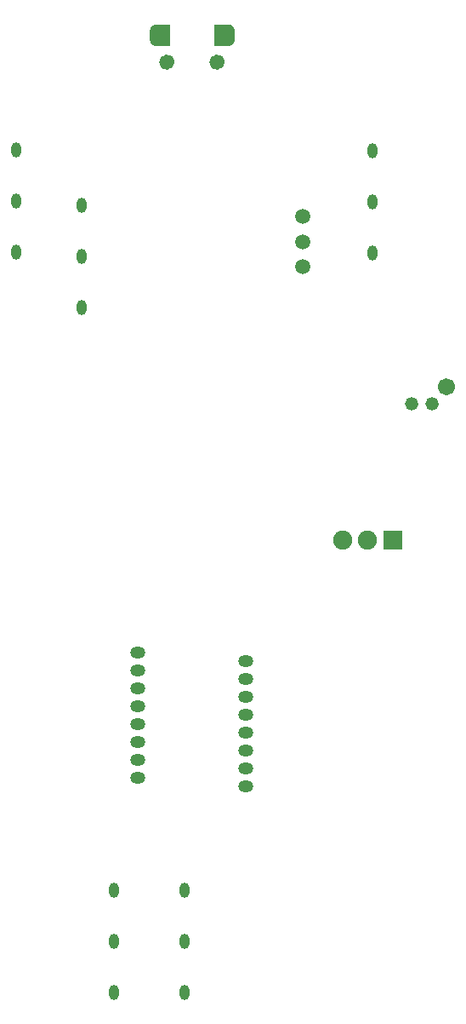
<source format=gbr>
%TF.GenerationSoftware,KiCad,Pcbnew,7.0.7*%
%TF.CreationDate,2023-11-26T12:29:05-07:00*%
%TF.ProjectId,mouse,6d6f7573-652e-46b6-9963-61645f706362,rev?*%
%TF.SameCoordinates,Original*%
%TF.FileFunction,Soldermask,Bot*%
%TF.FilePolarity,Negative*%
%FSLAX46Y46*%
G04 Gerber Fmt 4.6, Leading zero omitted, Abs format (unit mm)*
G04 Created by KiCad (PCBNEW 7.0.7) date 2023-11-26 12:29:05*
%MOMM*%
%LPD*%
G01*
G04 APERTURE LIST*
%ADD10C,0.788500*%
%ADD11C,0.010000*%
%ADD12O,1.500000X1.200000*%
%ADD13O,1.000000X1.500000*%
%ADD14C,1.500000*%
%ADD15C,1.320800*%
%ADD16C,1.701800*%
%ADD17R,1.900000X1.900000*%
%ADD18C,1.900000*%
G04 APERTURE END LIST*
D10*
%TO.C,J5*%
X224094250Y-37600000D02*
G75*
G03*
X224094250Y-37600000I-394250J0D01*
G01*
X219094250Y-37600000D02*
G75*
G03*
X219094250Y-37600000I-394250J0D01*
G01*
D11*
X224829000Y-33887000D02*
X224859000Y-33890000D01*
X224888000Y-33893000D01*
X224917000Y-33899000D01*
X224946000Y-33906000D01*
X224974000Y-33914000D01*
X225002000Y-33924000D01*
X225029000Y-33935000D01*
X225056000Y-33948000D01*
X225082000Y-33962000D01*
X225107000Y-33977000D01*
X225131000Y-33994000D01*
X225155000Y-34012000D01*
X225177000Y-34031000D01*
X225198000Y-34052000D01*
X225219000Y-34073000D01*
X225238000Y-34095000D01*
X225256000Y-34119000D01*
X225273000Y-34143000D01*
X225288000Y-34168000D01*
X225302000Y-34194000D01*
X225315000Y-34221000D01*
X225326000Y-34248000D01*
X225336000Y-34276000D01*
X225344000Y-34304000D01*
X225351000Y-34333000D01*
X225357000Y-34362000D01*
X225360000Y-34391000D01*
X225363000Y-34421000D01*
X225363000Y-34450000D01*
X225363000Y-35350000D01*
X225363000Y-35379000D01*
X225360000Y-35409000D01*
X225357000Y-35438000D01*
X225351000Y-35467000D01*
X225344000Y-35496000D01*
X225336000Y-35524000D01*
X225326000Y-35552000D01*
X225315000Y-35579000D01*
X225302000Y-35606000D01*
X225288000Y-35632000D01*
X225273000Y-35657000D01*
X225256000Y-35681000D01*
X225238000Y-35705000D01*
X225219000Y-35727000D01*
X225198000Y-35748000D01*
X225177000Y-35769000D01*
X225155000Y-35788000D01*
X225131000Y-35806000D01*
X225107000Y-35823000D01*
X225082000Y-35838000D01*
X225056000Y-35852000D01*
X225029000Y-35865000D01*
X225002000Y-35876000D01*
X224974000Y-35886000D01*
X224946000Y-35894000D01*
X224917000Y-35901000D01*
X224888000Y-35907000D01*
X224859000Y-35910000D01*
X224829000Y-35913000D01*
X224800000Y-35913000D01*
X223436000Y-35913000D01*
X223436000Y-33886000D01*
X223436500Y-33886500D01*
X224800000Y-33886000D01*
X224829000Y-33887000D01*
G36*
X224829000Y-33887000D02*
G01*
X224859000Y-33890000D01*
X224888000Y-33893000D01*
X224917000Y-33899000D01*
X224946000Y-33906000D01*
X224974000Y-33914000D01*
X225002000Y-33924000D01*
X225029000Y-33935000D01*
X225056000Y-33948000D01*
X225082000Y-33962000D01*
X225107000Y-33977000D01*
X225131000Y-33994000D01*
X225155000Y-34012000D01*
X225177000Y-34031000D01*
X225198000Y-34052000D01*
X225219000Y-34073000D01*
X225238000Y-34095000D01*
X225256000Y-34119000D01*
X225273000Y-34143000D01*
X225288000Y-34168000D01*
X225302000Y-34194000D01*
X225315000Y-34221000D01*
X225326000Y-34248000D01*
X225336000Y-34276000D01*
X225344000Y-34304000D01*
X225351000Y-34333000D01*
X225357000Y-34362000D01*
X225360000Y-34391000D01*
X225363000Y-34421000D01*
X225363000Y-34450000D01*
X225363000Y-35350000D01*
X225363000Y-35379000D01*
X225360000Y-35409000D01*
X225357000Y-35438000D01*
X225351000Y-35467000D01*
X225344000Y-35496000D01*
X225336000Y-35524000D01*
X225326000Y-35552000D01*
X225315000Y-35579000D01*
X225302000Y-35606000D01*
X225288000Y-35632000D01*
X225273000Y-35657000D01*
X225256000Y-35681000D01*
X225238000Y-35705000D01*
X225219000Y-35727000D01*
X225198000Y-35748000D01*
X225177000Y-35769000D01*
X225155000Y-35788000D01*
X225131000Y-35806000D01*
X225107000Y-35823000D01*
X225082000Y-35838000D01*
X225056000Y-35852000D01*
X225029000Y-35865000D01*
X225002000Y-35876000D01*
X224974000Y-35886000D01*
X224946000Y-35894000D01*
X224917000Y-35901000D01*
X224888000Y-35907000D01*
X224859000Y-35910000D01*
X224829000Y-35913000D01*
X224800000Y-35913000D01*
X223436000Y-35913000D01*
X223436000Y-33886000D01*
X223436500Y-33886500D01*
X224800000Y-33886000D01*
X224829000Y-33887000D01*
G37*
X218964000Y-35913000D02*
X217600000Y-35913000D01*
X217571000Y-35913000D01*
X217541000Y-35910000D01*
X217512000Y-35907000D01*
X217483000Y-35901000D01*
X217454000Y-35894000D01*
X217426000Y-35886000D01*
X217398000Y-35876000D01*
X217371000Y-35865000D01*
X217344000Y-35852000D01*
X217318000Y-35838000D01*
X217293000Y-35823000D01*
X217269000Y-35806000D01*
X217245000Y-35788000D01*
X217223000Y-35769000D01*
X217202000Y-35748000D01*
X217181000Y-35727000D01*
X217162000Y-35705000D01*
X217144000Y-35681000D01*
X217127000Y-35657000D01*
X217112000Y-35632000D01*
X217098000Y-35606000D01*
X217085000Y-35579000D01*
X217074000Y-35552000D01*
X217064000Y-35524000D01*
X217056000Y-35496000D01*
X217049000Y-35467000D01*
X217043000Y-35438000D01*
X217040000Y-35409000D01*
X217037000Y-35379000D01*
X217037000Y-35350000D01*
X217037000Y-34450000D01*
X217037000Y-34421000D01*
X217040000Y-34391000D01*
X217043000Y-34362000D01*
X217049000Y-34333000D01*
X217056000Y-34304000D01*
X217064000Y-34276000D01*
X217074000Y-34248000D01*
X217085000Y-34221000D01*
X217098000Y-34194000D01*
X217112000Y-34168000D01*
X217127000Y-34143000D01*
X217144000Y-34119000D01*
X217162000Y-34095000D01*
X217181000Y-34073000D01*
X217202000Y-34052000D01*
X217223000Y-34031000D01*
X217245000Y-34012000D01*
X217269000Y-33994000D01*
X217293000Y-33977000D01*
X217318000Y-33962000D01*
X217344000Y-33948000D01*
X217371000Y-33935000D01*
X217398000Y-33924000D01*
X217426000Y-33914000D01*
X217454000Y-33906000D01*
X217483000Y-33899000D01*
X217512000Y-33893000D01*
X217541000Y-33890000D01*
X217571000Y-33887000D01*
X217600000Y-33886000D01*
X218963500Y-33886500D01*
X218964000Y-33886000D01*
X218964000Y-35913000D01*
G36*
X218964000Y-35913000D02*
G01*
X217600000Y-35913000D01*
X217571000Y-35913000D01*
X217541000Y-35910000D01*
X217512000Y-35907000D01*
X217483000Y-35901000D01*
X217454000Y-35894000D01*
X217426000Y-35886000D01*
X217398000Y-35876000D01*
X217371000Y-35865000D01*
X217344000Y-35852000D01*
X217318000Y-35838000D01*
X217293000Y-35823000D01*
X217269000Y-35806000D01*
X217245000Y-35788000D01*
X217223000Y-35769000D01*
X217202000Y-35748000D01*
X217181000Y-35727000D01*
X217162000Y-35705000D01*
X217144000Y-35681000D01*
X217127000Y-35657000D01*
X217112000Y-35632000D01*
X217098000Y-35606000D01*
X217085000Y-35579000D01*
X217074000Y-35552000D01*
X217064000Y-35524000D01*
X217056000Y-35496000D01*
X217049000Y-35467000D01*
X217043000Y-35438000D01*
X217040000Y-35409000D01*
X217037000Y-35379000D01*
X217037000Y-35350000D01*
X217037000Y-34450000D01*
X217037000Y-34421000D01*
X217040000Y-34391000D01*
X217043000Y-34362000D01*
X217049000Y-34333000D01*
X217056000Y-34304000D01*
X217064000Y-34276000D01*
X217074000Y-34248000D01*
X217085000Y-34221000D01*
X217098000Y-34194000D01*
X217112000Y-34168000D01*
X217127000Y-34143000D01*
X217144000Y-34119000D01*
X217162000Y-34095000D01*
X217181000Y-34073000D01*
X217202000Y-34052000D01*
X217223000Y-34031000D01*
X217245000Y-34012000D01*
X217269000Y-33994000D01*
X217293000Y-33977000D01*
X217318000Y-33962000D01*
X217344000Y-33948000D01*
X217371000Y-33935000D01*
X217398000Y-33924000D01*
X217426000Y-33914000D01*
X217454000Y-33906000D01*
X217483000Y-33899000D01*
X217512000Y-33893000D01*
X217541000Y-33890000D01*
X217571000Y-33887000D01*
X217600000Y-33886000D01*
X218963500Y-33886500D01*
X218964000Y-33886000D01*
X218964000Y-35913000D01*
G37*
%TD*%
D12*
%TO.C,PAW1*%
X215850000Y-96247500D03*
X215850000Y-98027500D03*
X215850000Y-99807500D03*
X215850000Y-101587500D03*
X215850000Y-103367500D03*
X215850000Y-105147500D03*
X215850000Y-106927500D03*
X215850000Y-108707500D03*
X226550000Y-109597500D03*
X226550000Y-107817500D03*
X226550000Y-106037500D03*
X226550000Y-104257500D03*
X226550000Y-102477500D03*
X226550000Y-100697500D03*
X226550000Y-98917500D03*
X226550000Y-97137500D03*
%TD*%
D13*
%TO.C,SMB5*%
X213450000Y-119870000D03*
X213450000Y-124950000D03*
X213450000Y-130030000D03*
%TD*%
%TO.C,MMB1*%
X210200000Y-62030000D03*
X210200000Y-56950000D03*
X210200000Y-51870000D03*
%TD*%
D14*
%TO.C,ENC1*%
X232200000Y-57950000D03*
X232200000Y-55450000D03*
X232200000Y-52950000D03*
%TD*%
D13*
%TO.C,LMB1*%
X203700000Y-46370000D03*
X203700000Y-51450000D03*
X203700000Y-56530000D03*
%TD*%
%TO.C,RMB1*%
X239200000Y-46440000D03*
X239200000Y-51520000D03*
X239200000Y-56600000D03*
%TD*%
%TO.C,SMB4*%
X220450000Y-119870000D03*
X220450000Y-124950000D03*
X220450000Y-130030000D03*
%TD*%
D15*
%TO.C,J2*%
X245075001Y-71600000D03*
X243074999Y-71600000D03*
D16*
X246575000Y-69900000D03*
%TD*%
D17*
%TO.C,S4*%
X241200000Y-85120000D03*
D18*
X238700000Y-85120000D03*
X236200000Y-85120000D03*
%TD*%
M02*

</source>
